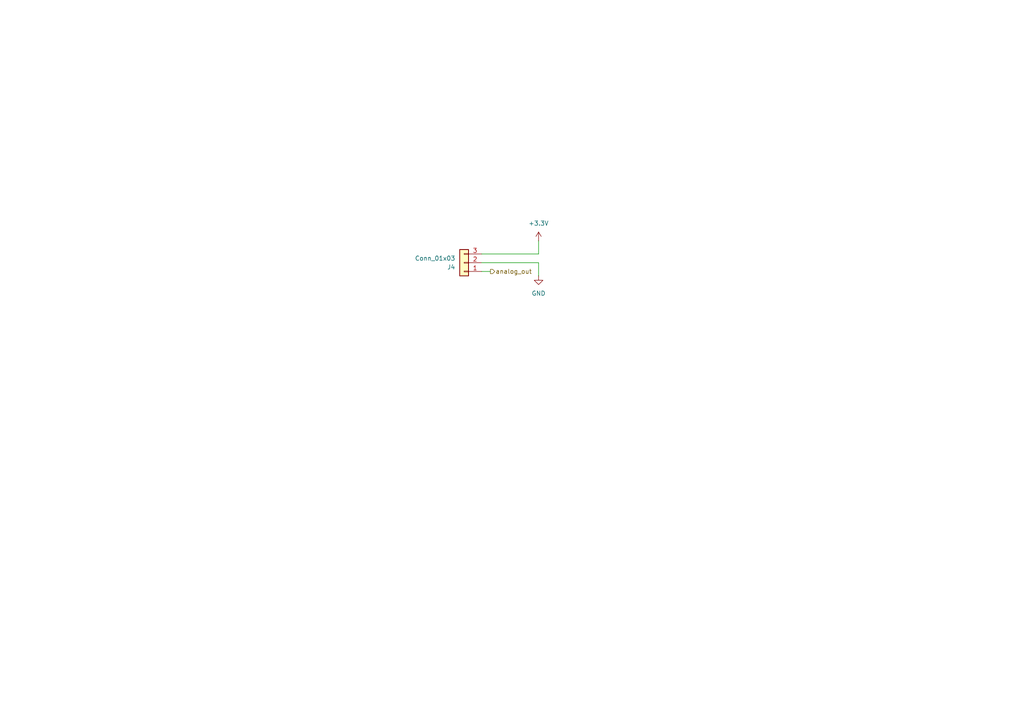
<source format=kicad_sch>
(kicad_sch (version 20250114) (generator "eeschema") (generator_version "9.0")
  (paper "A4")
  (lib_symbols
    (symbol "Connector_Generic:Conn_01x03" (pin_names (offset 1.016) (hide yes))
      (property "Reference" "J" (at 0 5.08 0))
      (property "Value" "Conn_01x03" (at 0 -5.08 0))
      (symbol "Conn_01x03_1_1"
        (rectangle (start -1.27 3.81) (end 1.27 -3.81) (stroke (width 0.254)) (fill (type background)))
        (rectangle (start -1.27 2.667) (end 0 2.413) (stroke (width 0.1524)))
        (rectangle (start -1.27 0.127) (end 0 -0.127) (stroke (width 0.1524)))
        (rectangle (start -1.27 -2.413) (end 0 -2.667) (stroke (width 0.1524)))
        (pin passive line (at -5.08 2.54 0) (length 3.81) (name "Pin_1") (number "1"))
        (pin passive line (at -5.08 0 0) (length 3.81) (name "Pin_2") (number "2"))
        (pin passive line (at -5.08 -2.54 0) (length 3.81) (name "Pin_3") (number "3"))
      )
    )
    (symbol "power:+3.3V" (power) (pin_numbers (hide yes)) (pin_names (offset 0) (hide yes))
      (property "Value" "+3.3V" (at 0 3.556 0))
      (symbol "+3.3V_0_1"
        (polyline (pts (xy -0.762 1.27) (xy 0 2.54)))
        (polyline (pts (xy 0 2.54) (xy 0.762 1.27)))
        (polyline (pts (xy 0 0) (xy 0 2.54)))
      )
      (symbol "+3.3V_1_1"
        (pin power_in line (at 0 0 90) (length 0) (name "~") (number "1"))
      )
    )
    (symbol "power:GND" (power) (pin_numbers (hide yes)) (pin_names (offset 0) (hide yes))
      (property "Value" "GND" (at 0 -3.81 0))
      (symbol "GND_0_1"
        (polyline (pts (xy 0 0) (xy 0 -1.27) (xy 1.27 -1.27) (xy 0 -2.54) (xy -1.27 -1.27) (xy 0 -1.27)))
      )
      (symbol "GND_1_1"
        (pin power_in line (at 0 0 270) (length 0) (name "~") (number "1"))
      )
    )
  )
  (wire (pts (xy 156.21 76.2) (xy 156.21 80.01)))
  (wire (pts (xy 139.7 73.66) (xy 156.21 73.66)))
  (wire (pts (xy 156.21 73.66) (xy 156.21 69.85)))
  (wire (pts (xy 139.7 76.2) (xy 156.21 76.2)))
  (wire (pts (xy 142.24 78.74) (xy 139.7 78.74)))
  (hierarchical_label "analog_out" (shape output) (at 142.24 78.74 0))
  (symbol (lib_id "Connector_Generic:Conn_01x03") (at 134.62 76.2 180) (unit 1)
    (property "Reference" "J" (at 132.08 77.4701 0) (effects (justify left)))
    (property "Value" "Conn_01x03" (at 132.08 74.9301 0) (effects (justify left)))
    (property "Footprint" "Connector_PinHeader_2.54mm:PinHeader_1x03_P2.54mm_Vertical" (effects (hide yes)))
    (property "Description" "Generic connector, single row, 01x03, script generated (kicad-library-utils/schlib/autogen/connector/)" (effects (hide yes)))
    (instances (project "mag" (path "" (reference "J4") (unit 1)) (path "" (reference "J5") (unit 1)) (path "" (reference "J6") (unit 1))))
  )
  (symbol (lib_id "power:GND") (at 156.21 80.01 0) (unit 1)
    (property "Reference" "#PWR" (effects (hide yes)))
    (property "Value" "GND" (at 156.21 85.09 0))
    (property "Description" "Power symbol creates a global label with name \"GND\" , ground" (effects (hide yes)))
    (instances (project "mag" (path "" (reference "#PWR020") (unit 1)) (path "" (reference "#PWR022") (unit 1)) (path "" (reference "#PWR024") (unit 1))))
  )
  (symbol (lib_id "power:+3.3V") (at 156.21 69.85 0) (unit 1)
    (property "Reference" "#PWR" (effects (hide yes)))
    (property "Value" "+3.3V" (at 156.21 64.77 0))
    (property "Description" "Power symbol creates a global label with name \"+3.3V\"" (effects (hide yes)))
    (instances (project "mag" (path "" (reference "#PWR019") (unit 1)) (path "" (reference "#PWR021") (unit 1)) (path "" (reference "#PWR023") (unit 1))))
  )
)
</source>
